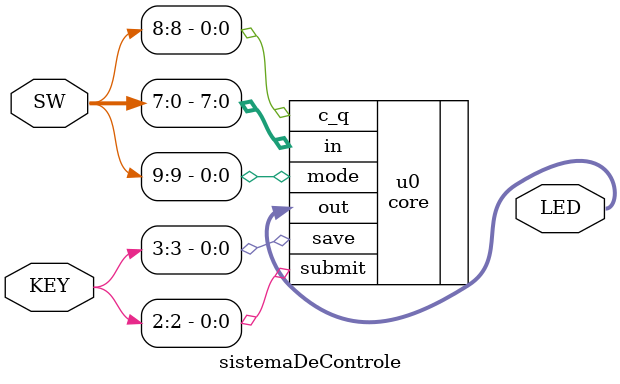
<source format=sv>
module sistemaDeControle (SW, KEY, LED);
	input [9:0] SW;
	input [3:2] KEY;
	output [7:0] LED;
	
	  ///////////////////////
	 //No Verilog Warnings//
	///////////////////////
	
	core u0 (
		.mode(SW[9]), 
		.c_q(SW[8]), 
		.in(SW[7:0]), 
		.save(KEY[3]),
		.submit(KEY[2]),
		.out(LED)
	);
	
endmodule

</source>
